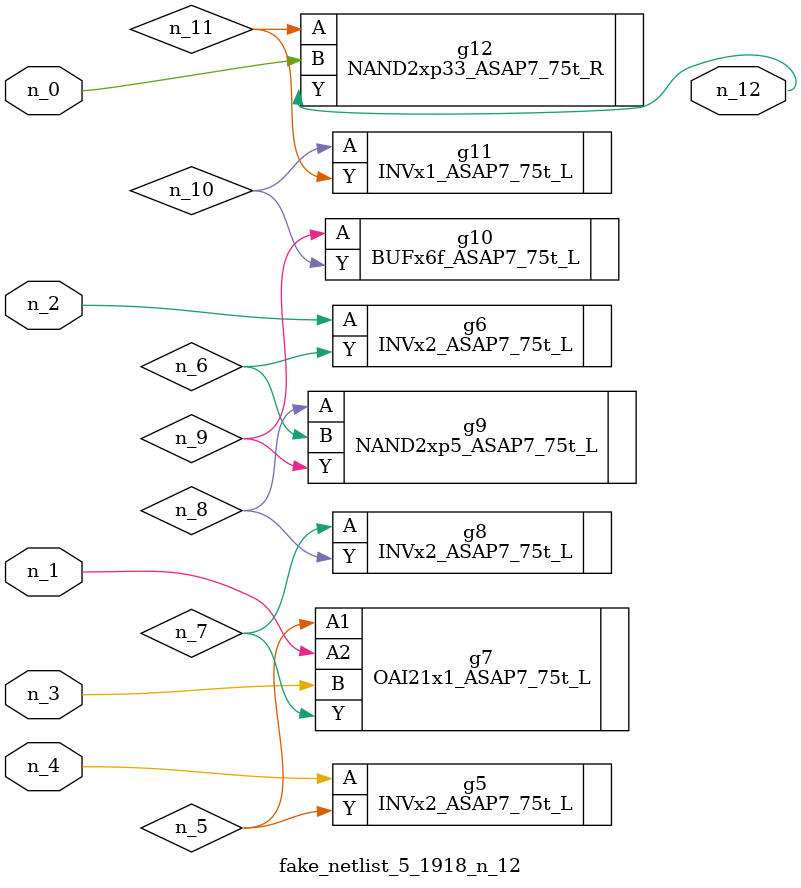
<source format=v>
module fake_netlist_5_1918_n_12 (n_4, n_0, n_2, n_3, n_1, n_12);

input n_4;
input n_0;
input n_2;
input n_3;
input n_1;

output n_12;

wire n_8;
wire n_10;
wire n_5;
wire n_9;
wire n_6;
wire n_11;
wire n_7;

INVx2_ASAP7_75t_L g5 ( 
.A(n_4),
.Y(n_5)
);

INVx2_ASAP7_75t_L g6 ( 
.A(n_2),
.Y(n_6)
);

OAI21x1_ASAP7_75t_L g7 ( 
.A1(n_5),
.A2(n_1),
.B(n_3),
.Y(n_7)
);

INVx2_ASAP7_75t_L g8 ( 
.A(n_7),
.Y(n_8)
);

NAND2xp5_ASAP7_75t_L g9 ( 
.A(n_8),
.B(n_6),
.Y(n_9)
);

BUFx6f_ASAP7_75t_L g10 ( 
.A(n_9),
.Y(n_10)
);

INVx1_ASAP7_75t_L g11 ( 
.A(n_10),
.Y(n_11)
);

NAND2xp33_ASAP7_75t_R g12 ( 
.A(n_11),
.B(n_0),
.Y(n_12)
);


endmodule
</source>
